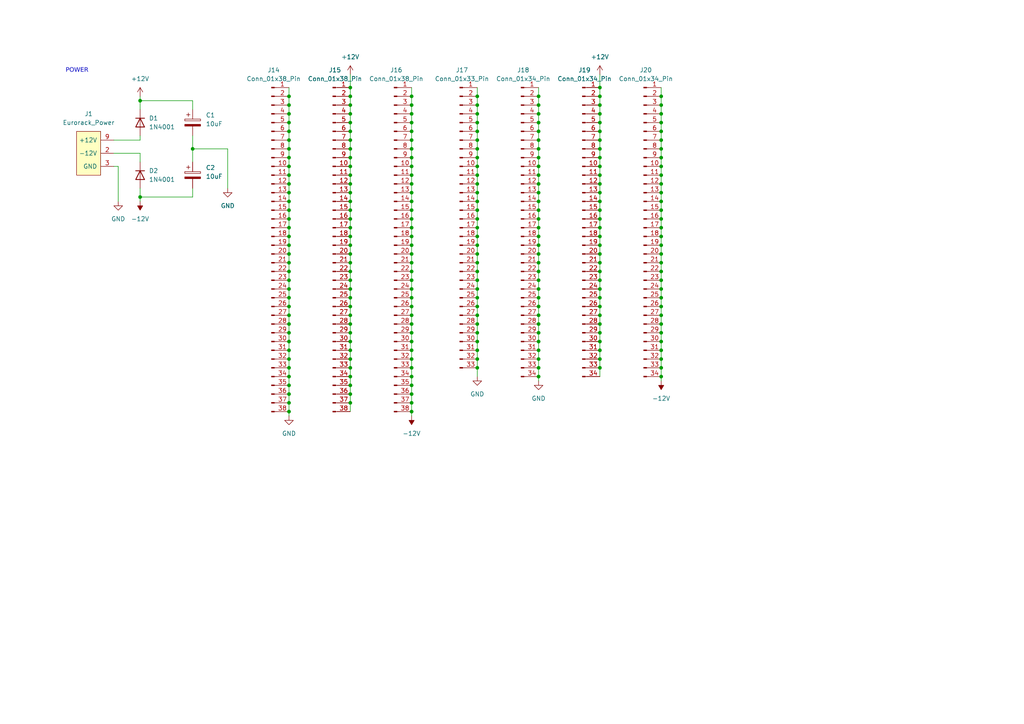
<source format=kicad_sch>
(kicad_sch (version 20231120) (generator "eeschema") (generator_version "8.0")
  (paper "A4")
  (lib_symbols
    (symbol "Connector:Conn_01x33_Pin" (pin_names (offset 1.016) hide)
      (property "Reference" "J" (at 0 43.18 0))
      (property "Value" "Conn_01x33_Pin" (at 0 -43.18 0))
      (symbol "Conn_01x33_Pin_1_1"
        (pin passive line (at 5.08 40.64 180) (length 3.81) (name "Pin_1") (number "1"))
        (pin passive line (at 5.08 17.78 180) (length 3.81) (name "Pin_10") (number "10"))
        (pin passive line (at 5.08 15.24 180) (length 3.81) (name "Pin_11") (number "11"))
        (pin passive line (at 5.08 12.7 180) (length 3.81) (name "Pin_12") (number "12"))
        (pin passive line (at 5.08 10.16 180) (length 3.81) (name "Pin_13") (number "13"))
        (pin passive line (at 5.08 7.62 180) (length 3.81) (name "Pin_14") (number "14"))
        (pin passive line (at 5.08 5.08 180) (length 3.81) (name "Pin_15") (number "15"))
        (pin passive line (at 5.08 2.54 180) (length 3.81) (name "Pin_16") (number "16"))
        (pin passive line (at 5.08 0 180) (length 3.81) (name "Pin_17") (number "17"))
        (pin passive line (at 5.08 -2.54 180) (length 3.81) (name "Pin_18") (number "18"))
        (pin passive line (at 5.08 -5.08 180) (length 3.81) (name "Pin_19") (number "19"))
        (pin passive line (at 5.08 38.1 180) (length 3.81) (name "Pin_2") (number "2"))
        (pin passive line (at 5.08 -7.62 180) (length 3.81) (name "Pin_20") (number "20"))
        (pin passive line (at 5.08 -10.16 180) (length 3.81) (name "Pin_21") (number "21"))
        (pin passive line (at 5.08 -12.7 180) (length 3.81) (name "Pin_22") (number "22"))
        (pin passive line (at 5.08 -15.24 180) (length 3.81) (name "Pin_23") (number "23"))
        (pin passive line (at 5.08 -17.78 180) (length 3.81) (name "Pin_24") (number "24"))
        (pin passive line (at 5.08 -20.32 180) (length 3.81) (name "Pin_25") (number "25"))
        (pin passive line (at 5.08 -22.86 180) (length 3.81) (name "Pin_26") (number "26"))
        (pin passive line (at 5.08 -25.4 180) (length 3.81) (name "Pin_27") (number "27"))
        (pin passive line (at 5.08 -27.94 180) (length 3.81) (name "Pin_28") (number "28"))
        (pin passive line (at 5.08 -30.48 180) (length 3.81) (name "Pin_29") (number "29"))
        (pin passive line (at 5.08 35.56 180) (length 3.81) (name "Pin_3") (number "3"))
        (pin passive line (at 5.08 -33.02 180) (length 3.81) (name "Pin_30") (number "30"))
        (pin passive line (at 5.08 -35.56 180) (length 3.81) (name "Pin_31") (number "31"))
        (pin passive line (at 5.08 -38.1 180) (length 3.81) (name "Pin_32") (number "32"))
        (pin passive line (at 5.08 -40.64 180) (length 3.81) (name "Pin_33") (number "33"))
        (pin passive line (at 5.08 33.02 180) (length 3.81) (name "Pin_4") (number "4"))
        (pin passive line (at 5.08 30.48 180) (length 3.81) (name "Pin_5") (number "5"))
        (pin passive line (at 5.08 27.94 180) (length 3.81) (name "Pin_6") (number "6"))
        (pin passive line (at 5.08 25.4 180) (length 3.81) (name "Pin_7") (number "7"))
        (pin passive line (at 5.08 22.86 180) (length 3.81) (name "Pin_8") (number "8"))
        (pin passive line (at 5.08 20.32 180) (length 3.81) (name "Pin_9") (number "9"))
      )
    )
    (symbol "Connector:Conn_01x34_Pin" (pin_names (offset 1.016) hide)
      (property "Reference" "J" (at 0 43.18 0))
      (property "Value" "Conn_01x34_Pin" (at 0 -45.72 0))
      (symbol "Conn_01x34_Pin_1_1"
        (pin passive line (at 5.08 40.64 180) (length 3.81) (name "Pin_1") (number "1"))
        (pin passive line (at 5.08 17.78 180) (length 3.81) (name "Pin_10") (number "10"))
        (pin passive line (at 5.08 15.24 180) (length 3.81) (name "Pin_11") (number "11"))
        (pin passive line (at 5.08 12.7 180) (length 3.81) (name "Pin_12") (number "12"))
        (pin passive line (at 5.08 10.16 180) (length 3.81) (name "Pin_13") (number "13"))
        (pin passive line (at 5.08 7.62 180) (length 3.81) (name "Pin_14") (number "14"))
        (pin passive line (at 5.08 5.08 180) (length 3.81) (name "Pin_15") (number "15"))
        (pin passive line (at 5.08 2.54 180) (length 3.81) (name "Pin_16") (number "16"))
        (pin passive line (at 5.08 0 180) (length 3.81) (name "Pin_17") (number "17"))
        (pin passive line (at 5.08 -2.54 180) (length 3.81) (name "Pin_18") (number "18"))
        (pin passive line (at 5.08 -5.08 180) (length 3.81) (name "Pin_19") (number "19"))
        (pin passive line (at 5.08 38.1 180) (length 3.81) (name "Pin_2") (number "2"))
        (pin passive line (at 5.08 -7.62 180) (length 3.81) (name "Pin_20") (number "20"))
        (pin passive line (at 5.08 -10.16 180) (length 3.81) (name "Pin_21") (number "21"))
        (pin passive line (at 5.08 -12.7 180) (length 3.81) (name "Pin_22") (number "22"))
        (pin passive line (at 5.08 -15.24 180) (length 3.81) (name "Pin_23") (number "23"))
        (pin passive line (at 5.08 -17.78 180) (length 3.81) (name "Pin_24") (number "24"))
        (pin passive line (at 5.08 -20.32 180) (length 3.81) (name "Pin_25") (number "25"))
        (pin passive line (at 5.08 -22.86 180) (length 3.81) (name "Pin_26") (number "26"))
        (pin passive line (at 5.08 -25.4 180) (length 3.81) (name "Pin_27") (number "27"))
        (pin passive line (at 5.08 -27.94 180) (length 3.81) (name "Pin_28") (number "28"))
        (pin passive line (at 5.08 -30.48 180) (length 3.81) (name "Pin_29") (number "29"))
        (pin passive line (at 5.08 35.56 180) (length 3.81) (name "Pin_3") (number "3"))
        (pin passive line (at 5.08 -33.02 180) (length 3.81) (name "Pin_30") (number "30"))
        (pin passive line (at 5.08 -35.56 180) (length 3.81) (name "Pin_31") (number "31"))
        (pin passive line (at 5.08 -38.1 180) (length 3.81) (name "Pin_32") (number "32"))
        (pin passive line (at 5.08 -40.64 180) (length 3.81) (name "Pin_33") (number "33"))
        (pin passive line (at 5.08 -43.18 180) (length 3.81) (name "Pin_34") (number "34"))
        (pin passive line (at 5.08 33.02 180) (length 3.81) (name "Pin_4") (number "4"))
        (pin passive line (at 5.08 30.48 180) (length 3.81) (name "Pin_5") (number "5"))
        (pin passive line (at 5.08 27.94 180) (length 3.81) (name "Pin_6") (number "6"))
        (pin passive line (at 5.08 25.4 180) (length 3.81) (name "Pin_7") (number "7"))
        (pin passive line (at 5.08 22.86 180) (length 3.81) (name "Pin_8") (number "8"))
        (pin passive line (at 5.08 20.32 180) (length 3.81) (name "Pin_9") (number "9"))
      )
    )
    (symbol "Connector:Conn_01x38_Pin" (pin_names (offset 1.016) hide)
      (property "Reference" "J" (at 0 48.26 0))
      (property "Value" "Conn_01x38_Pin" (at 0 -50.8 0))
      (symbol "Conn_01x38_Pin_1_1"
        (pin passive line (at 5.08 45.72 180) (length 3.81) (name "Pin_1") (number "1"))
        (pin passive line (at 5.08 22.86 180) (length 3.81) (name "Pin_10") (number "10"))
        (pin passive line (at 5.08 20.32 180) (length 3.81) (name "Pin_11") (number "11"))
        (pin passive line (at 5.08 17.78 180) (length 3.81) (name "Pin_12") (number "12"))
        (pin passive line (at 5.08 15.24 180) (length 3.81) (name "Pin_13") (number "13"))
        (pin passive line (at 5.08 12.7 180) (length 3.81) (name "Pin_14") (number "14"))
        (pin passive line (at 5.08 10.16 180) (length 3.81) (name "Pin_15") (number "15"))
        (pin passive line (at 5.08 7.62 180) (length 3.81) (name "Pin_16") (number "16"))
        (pin passive line (at 5.08 5.08 180) (length 3.81) (name "Pin_17") (number "17"))
        (pin passive line (at 5.08 2.54 180) (length 3.81) (name "Pin_18") (number "18"))
        (pin passive line (at 5.08 0 180) (length 3.81) (name "Pin_19") (number "19"))
        (pin passive line (at 5.08 43.18 180) (length 3.81) (name "Pin_2") (number "2"))
        (pin passive line (at 5.08 -2.54 180) (length 3.81) (name "Pin_20") (number "20"))
        (pin passive line (at 5.08 -5.08 180) (length 3.81) (name "Pin_21") (number "21"))
        (pin passive line (at 5.08 -7.62 180) (length 3.81) (name "Pin_22") (number "22"))
        (pin passive line (at 5.08 -10.16 180) (length 3.81) (name "Pin_23") (number "23"))
        (pin passive line (at 5.08 -12.7 180) (length 3.81) (name "Pin_24") (number "24"))
        (pin passive line (at 5.08 -15.24 180) (length 3.81) (name "Pin_25") (number "25"))
        (pin passive line (at 5.08 -17.78 180) (length 3.81) (name "Pin_26") (number "26"))
        (pin passive line (at 5.08 -20.32 180) (length 3.81) (name "Pin_27") (number "27"))
        (pin passive line (at 5.08 -22.86 180) (length 3.81) (name "Pin_28") (number "28"))
        (pin passive line (at 5.08 -25.4 180) (length 3.81) (name "Pin_29") (number "29"))
        (pin passive line (at 5.08 40.64 180) (length 3.81) (name "Pin_3") (number "3"))
        (pin passive line (at 5.08 -27.94 180) (length 3.81) (name "Pin_30") (number "30"))
        (pin passive line (at 5.08 -30.48 180) (length 3.81) (name "Pin_31") (number "31"))
        (pin passive line (at 5.08 -33.02 180) (length 3.81) (name "Pin_32") (number "32"))
        (pin passive line (at 5.08 -35.56 180) (length 3.81) (name "Pin_33") (number "33"))
        (pin passive line (at 5.08 -38.1 180) (length 3.81) (name "Pin_34") (number "34"))
        (pin passive line (at 5.08 -40.64 180) (length 3.81) (name "Pin_35") (number "35"))
        (pin passive line (at 5.08 -43.18 180) (length 3.81) (name "Pin_36") (number "36"))
        (pin passive line (at 5.08 -45.72 180) (length 3.81) (name "Pin_37") (number "37"))
        (pin passive line (at 5.08 -48.26 180) (length 3.81) (name "Pin_38") (number "38"))
        (pin passive line (at 5.08 38.1 180) (length 3.81) (name "Pin_4") (number "4"))
        (pin passive line (at 5.08 35.56 180) (length 3.81) (name "Pin_5") (number "5"))
        (pin passive line (at 5.08 33.02 180) (length 3.81) (name "Pin_6") (number "6"))
        (pin passive line (at 5.08 30.48 180) (length 3.81) (name "Pin_7") (number "7"))
        (pin passive line (at 5.08 27.94 180) (length 3.81) (name "Pin_8") (number "8"))
        (pin passive line (at 5.08 25.4 180) (length 3.81) (name "Pin_9") (number "9"))
      )
    )
    (symbol "Device:C_Polarized" (pin_numbers hide) (pin_names (offset 0.254))
      (property "Reference" "C" (at 0.635 2.54 0))
      (property "Value" "C_Polarized" (at 0.635 -2.54 0))
      (symbol "C_Polarized_1_1"
        (pin passive line (at 0 3.81 270) (length 2.794) (name "~") (number "1"))
        (pin passive line (at 0 -3.81 90) (length 2.794) (name "~") (number "2"))
      )
    )
    (symbol "Diode:1N4001" (pin_numbers hide) (pin_names hide)
      (property "Reference" "D" (at 0 2.54 0))
      (property "Value" "1N4001" (at 0 -2.54 0))
      (symbol "1N4001_1_1"
        (pin passive line (at -3.81 0 0) (length 2.54) (name "K") (number "1"))
        (pin passive line (at 3.81 0 180) (length 2.54) (name "A") (number "2"))
      )
    )
    (symbol "power:+12V" (power) (pin_names (offset 0))
      (property "Value" "+12V" (at 0 3.556 0))
      (symbol "+12V_1_1"
        (pin power_in line (at 0 0 90) (length 0) hide (name "+12V") (number "1"))
      )
    )
    (symbol "power:-12V" (power) (pin_names (offset 0))
      (property "Value" "-12V" (at 0 3.81 0))
      (symbol "-12V_0_0"
        (pin power_in line (at 0 0 90) (length 0) hide (name "-12V") (number "1"))
      )
    )
    (symbol "power:GND" (power) (pin_names (offset 0))
      (property "Value" "GND" (at 0 -3.81 0))
      (symbol "GND_1_1"
        (pin power_in line (at 0 0 270) (length 0) hide (name "GND") (number "1"))
      )
    )
    (symbol "winterbloom:Eurorack_Power" (pin_names (offset 1.016))
      (property "Reference" "J" (at -0.635 7.62 0))
      (property "Value" "Eurorack_Power" (at 0 -7.62 0))
      (symbol "Eurorack_Power_1_1"
        (pin power_out line (at 7.62 0 180) (length 3.81) hide (name "-12V") (number "1"))
        (pin passive line (at 7.62 3.81 180) (length 3.81) hide (name "+12V") (number "10"))
        (pin passive line (at 7.62 0 180) (length 3.81) (name "-12V") (number "2"))
        (pin power_out line (at 7.62 -3.81 180) (length 3.81) (name "GND") (number "3"))
        (pin passive line (at 7.62 -3.81 180) (length 3.81) hide (name "GND") (number "4"))
        (pin passive line (at 7.62 -3.81 180) (length 3.81) hide (name "GND") (number "5"))
        (pin passive line (at 7.62 -3.81 180) (length 3.81) hide (name "GND") (number "6"))
        (pin passive line (at 7.62 -3.81 180) (length 3.81) hide (name "GND") (number "7"))
        (pin passive line (at 7.62 -3.81 180) (length 3.81) hide (name "GND") (number "8"))
        (pin power_out line (at 7.62 3.81 180) (length 3.81) (name "+12V") (number "9"))
      )
    )
  )
  (junction (at 138.43 99.06))
  (junction (at 156.21 73.66))
  (junction (at 101.6 116.84))
  (junction (at 83.82 119.38))
  (junction (at 156.21 83.82))
  (junction (at 173.99 40.64))
  (junction (at 191.77 66.04))
  (junction (at 83.82 104.14))
  (junction (at 101.6 96.52))
  (junction (at 83.82 63.5))
  (junction (at 173.99 66.04))
  (junction (at 83.82 43.18))
  (junction (at 156.21 101.6))
  (junction (at 101.6 114.3))
  (junction (at 101.6 73.66))
  (junction (at 101.6 99.06))
  (junction (at 83.82 73.66))
  (junction (at 191.77 73.66))
  (junction (at 173.99 91.44))
  (junction (at 83.82 114.3))
  (junction (at 138.43 91.44))
  (junction (at 119.38 66.04))
  (junction (at 138.43 50.8))
  (junction (at 191.77 63.5))
  (junction (at 191.77 76.2))
  (junction (at 119.38 88.9))
  (junction (at 156.21 99.06))
  (junction (at 119.38 106.68))
  (junction (at 138.43 48.26))
  (junction (at 138.43 27.94))
  (junction (at 138.43 68.58))
  (junction (at 119.38 60.96))
  (junction (at 191.77 48.26))
  (junction (at 173.99 53.34))
  (junction (at 83.82 58.42))
  (junction (at 119.38 76.2))
  (junction (at 173.99 73.66))
  (junction (at 101.6 50.8))
  (junction (at 83.82 88.9))
  (junction (at 83.82 30.48))
  (junction (at 119.38 48.26))
  (junction (at 83.82 83.82))
  (junction (at 101.6 63.5))
  (junction (at 138.43 88.9))
  (junction (at 156.21 27.94))
  (junction (at 173.99 96.52))
  (junction (at 83.82 93.98))
  (junction (at 173.99 25.4))
  (junction (at 173.99 71.12))
  (junction (at 83.82 38.1))
  (junction (at 191.77 86.36))
  (junction (at 191.77 99.06))
  (junction (at 101.6 27.94))
  (junction (at 173.99 48.26))
  (junction (at 119.38 81.28))
  (junction (at 191.77 83.82))
  (junction (at 173.99 50.8))
  (junction (at 119.38 109.22))
  (junction (at 191.77 109.22))
  (junction (at 156.21 66.04))
  (junction (at 119.38 63.5))
  (junction (at 119.38 119.38))
  (junction (at 173.99 101.6))
  (junction (at 156.21 93.98))
  (junction (at 83.82 96.52))
  (junction (at 119.38 35.56))
  (junction (at 119.38 111.76))
  (junction (at 119.38 55.88))
  (junction (at 173.99 68.58))
  (junction (at 101.6 38.1))
  (junction (at 83.82 86.36))
  (junction (at 83.82 66.04))
  (junction (at 119.38 96.52))
  (junction (at 119.38 43.18))
  (junction (at 156.21 30.48))
  (junction (at 156.21 43.18))
  (junction (at 173.99 104.14))
  (junction (at 101.6 33.02))
  (junction (at 191.77 53.34))
  (junction (at 138.43 45.72))
  (junction (at 191.77 106.68))
  (junction (at 191.77 58.42))
  (junction (at 101.6 45.72))
  (junction (at 101.6 78.74))
  (junction (at 191.77 40.64))
  (junction (at 156.21 88.9))
  (junction (at 138.43 81.28))
  (junction (at 119.38 30.48))
  (junction (at 191.77 50.8))
  (junction (at 173.99 88.9))
  (junction (at 138.43 55.88))
  (junction (at 119.38 93.98))
  (junction (at 83.82 116.84))
  (junction (at 83.82 68.58))
  (junction (at 101.6 30.48))
  (junction (at 191.77 104.14))
  (junction (at 156.21 63.5))
  (junction (at 156.21 45.72))
  (junction (at 173.99 27.94))
  (junction (at 173.99 93.98))
  (junction (at 83.82 33.02))
  (junction (at 119.38 116.84))
  (junction (at 138.43 73.66))
  (junction (at 138.43 60.96))
  (junction (at 173.99 106.68))
  (junction (at 119.38 83.82))
  (junction (at 138.43 58.42))
  (junction (at 101.6 35.56))
  (junction (at 156.21 86.36))
  (junction (at 101.6 104.14))
  (junction (at 101.6 48.26))
  (junction (at 83.82 27.94))
  (junction (at 173.99 99.06))
  (junction (at 119.38 33.02))
  (junction (at 101.6 68.58))
  (junction (at 156.21 81.28))
  (junction (at 156.21 50.8))
  (junction (at 138.43 101.6))
  (junction (at 119.38 45.72))
  (junction (at 138.43 78.74))
  (junction (at 138.43 66.04))
  (junction (at 101.6 40.64))
  (junction (at 101.6 60.96))
  (junction (at 173.99 86.36))
  (junction (at 138.43 53.34))
  (junction (at 83.82 55.88))
  (junction (at 191.77 35.56))
  (junction (at 156.21 35.56))
  (junction (at 191.77 43.18))
  (junction (at 119.38 71.12))
  (junction (at 101.6 83.82))
  (junction (at 101.6 93.98))
  (junction (at 173.99 81.28))
  (junction (at 119.38 27.94))
  (junction (at 83.82 101.6))
  (junction (at 119.38 38.1))
  (junction (at 191.77 68.58))
  (junction (at 101.6 91.44))
  (junction (at 156.21 68.58))
  (junction (at 119.38 86.36))
  (junction (at 83.82 99.06))
  (junction (at 173.99 33.02))
  (junction (at 119.38 58.42))
  (junction (at 156.21 53.34))
  (junction (at 173.99 76.2))
  (junction (at 119.38 99.06))
  (junction (at 83.82 106.68))
  (junction (at 40.64 29.21))
  (junction (at 191.77 33.02))
  (junction (at 191.77 38.1))
  (junction (at 173.99 55.88))
  (junction (at 173.99 30.48))
  (junction (at 119.38 40.64))
  (junction (at 156.21 58.42))
  (junction (at 83.82 48.26))
  (junction (at 156.21 78.74))
  (junction (at 101.6 76.2))
  (junction (at 101.6 25.4))
  (junction (at 191.77 91.44))
  (junction (at 83.82 53.34))
  (junction (at 173.99 60.96))
  (junction (at 101.6 43.18))
  (junction (at 156.21 96.52))
  (junction (at 191.77 30.48))
  (junction (at 191.77 71.12))
  (junction (at 83.82 81.28))
  (junction (at 173.99 38.1))
  (junction (at 173.99 58.42))
  (junction (at 119.38 78.74))
  (junction (at 191.77 45.72))
  (junction (at 191.77 81.28))
  (junction (at 138.43 63.5))
  (junction (at 83.82 40.64))
  (junction (at 138.43 71.12))
  (junction (at 119.38 91.44))
  (junction (at 191.77 60.96))
  (junction (at 138.43 33.02))
  (junction (at 156.21 55.88))
  (junction (at 101.6 81.28))
  (junction (at 40.64 57.15))
  (junction (at 83.82 111.76))
  (junction (at 83.82 45.72))
  (junction (at 83.82 71.12))
  (junction (at 101.6 109.22))
  (junction (at 173.99 43.18))
  (junction (at 156.21 106.68))
  (junction (at 119.38 101.6))
  (junction (at 83.82 76.2))
  (junction (at 101.6 101.6))
  (junction (at 101.6 111.76))
  (junction (at 119.38 68.58))
  (junction (at 173.99 45.72))
  (junction (at 173.99 35.56))
  (junction (at 119.38 114.3))
  (junction (at 138.43 93.98))
  (junction (at 138.43 38.1))
  (junction (at 138.43 76.2))
  (junction (at 83.82 50.8))
  (junction (at 119.38 104.14))
  (junction (at 55.88 43.18))
  (junction (at 83.82 35.56))
  (junction (at 101.6 58.42))
  (junction (at 83.82 109.22))
  (junction (at 101.6 71.12))
  (junction (at 83.82 91.44))
  (junction (at 138.43 35.56))
  (junction (at 191.77 93.98))
  (junction (at 119.38 73.66))
  (junction (at 101.6 86.36))
  (junction (at 138.43 96.52))
  (junction (at 101.6 55.88))
  (junction (at 138.43 86.36))
  (junction (at 191.77 96.52))
  (junction (at 138.43 104.14))
  (junction (at 138.43 40.64))
  (junction (at 119.38 50.8))
  (junction (at 173.99 78.74))
  (junction (at 156.21 104.14))
  (junction (at 173.99 83.82))
  (junction (at 83.82 60.96))
  (junction (at 156.21 38.1))
  (junction (at 119.38 53.34))
  (junction (at 156.21 76.2))
  (junction (at 156.21 109.22))
  (junction (at 101.6 106.68))
  (junction (at 101.6 88.9))
  (junction (at 191.77 27.94))
  (junction (at 173.99 63.5))
  (junction (at 191.77 101.6))
  (junction (at 138.43 83.82))
  (junction (at 101.6 66.04))
  (junction (at 156.21 40.64))
  (junction (at 83.82 78.74))
  (junction (at 191.77 55.88))
  (junction (at 191.77 88.9))
  (junction (at 156.21 91.44))
  (junction (at 138.43 43.18))
  (junction (at 101.6 53.34))
  (junction (at 156.21 71.12))
  (junction (at 191.77 78.74))
  (junction (at 138.43 30.48))
  (junction (at 156.21 33.02))
  (junction (at 156.21 48.26))
  (junction (at 156.21 60.96))
  (junction (at 138.43 106.68))
  (wire (pts (xy 83.82 48.26) (xy 83.82 50.8)))
  (wire (pts (xy 191.77 30.48) (xy 191.77 33.02)))
  (wire (pts (xy 156.21 58.42) (xy 156.21 60.96)))
  (wire (pts (xy 173.99 66.04) (xy 173.99 68.58)))
  (wire (pts (xy 83.82 91.44) (xy 83.82 93.98)))
  (wire (pts (xy 138.43 40.64) (xy 138.43 43.18)))
  (wire (pts (xy 119.38 99.06) (xy 119.38 101.6)))
  (wire (pts (xy 156.21 45.72) (xy 156.21 48.26)))
  (wire (pts (xy 101.6 101.6) (xy 101.6 104.14)))
  (wire (pts (xy 83.82 106.68) (xy 83.82 109.22)))
  (wire (pts (xy 191.77 101.6) (xy 191.77 104.14)))
  (wire (pts (xy 40.64 57.15) (xy 40.64 54.61)))
  (wire (pts (xy 119.38 48.26) (xy 119.38 50.8)))
  (wire (pts (xy 40.64 29.21) (xy 40.64 31.75)))
  (wire (pts (xy 191.77 58.42) (xy 191.77 60.96)))
  (wire (pts (xy 173.99 101.6) (xy 173.99 104.14)))
  (wire (pts (xy 119.38 68.58) (xy 119.38 71.12)))
  (wire (pts (xy 191.77 35.56) (xy 191.77 38.1)))
  (wire (pts (xy 83.82 40.64) (xy 83.82 43.18)))
  (wire (pts (xy 83.82 78.74) (xy 83.82 81.28)))
  (wire (pts (xy 119.38 88.9) (xy 119.38 91.44)))
  (wire (pts (xy 101.6 58.42) (xy 101.6 60.96)))
  (wire (pts (xy 119.38 93.98) (xy 119.38 96.52)))
  (wire (pts (xy 138.43 76.2) (xy 138.43 78.74)))
  (wire (pts (xy 119.38 40.64) (xy 119.38 43.18)))
  (wire (pts (xy 101.6 71.12) (xy 101.6 73.66)))
  (wire (pts (xy 138.43 60.96) (xy 138.43 63.5)))
  (wire (pts (xy 119.38 83.82) (xy 119.38 86.36)))
  (wire (pts (xy 101.6 27.94) (xy 101.6 30.48)))
  (wire (pts (xy 173.99 50.8) (xy 173.99 53.34)))
  (wire (pts (xy 101.6 38.1) (xy 101.6 40.64)))
  (wire (pts (xy 138.43 66.04) (xy 138.43 68.58)))
  (wire (pts (xy 173.99 43.18) (xy 173.99 45.72)))
  (wire (pts (xy 119.38 116.84) (xy 119.38 119.38)))
  (wire (pts (xy 83.82 83.82) (xy 83.82 86.36)))
  (wire (pts (xy 101.6 114.3) (xy 101.6 116.84)))
  (wire (pts (xy 83.82 45.72) (xy 83.82 48.26)))
  (wire (pts (xy 101.6 86.36) (xy 101.6 88.9)))
  (wire (pts (xy 173.99 58.42) (xy 173.99 60.96)))
  (wire (pts (xy 55.88 57.15) (xy 55.88 54.61)))
  (wire (pts (xy 191.77 55.88) (xy 191.77 58.42)))
  (wire (pts (xy 83.82 27.94) (xy 83.82 30.48)))
  (wire (pts (xy 156.21 48.26) (xy 156.21 50.8)))
  (wire (pts (xy 138.43 35.56) (xy 138.43 38.1)))
  (wire (pts (xy 156.21 43.18) (xy 156.21 45.72)))
  (wire (pts (xy 119.38 43.18) (xy 119.38 45.72)))
  (wire (pts (xy 156.21 81.28) (xy 156.21 83.82)))
  (wire (pts (xy 156.21 60.96) (xy 156.21 63.5)))
  (wire (pts (xy 83.82 76.2) (xy 83.82 78.74)))
  (wire (pts (xy 55.88 31.75) (xy 55.88 29.21)))
  (wire (pts (xy 138.43 25.4) (xy 138.43 27.94)))
  (wire (pts (xy 173.99 33.02) (xy 173.99 35.56)))
  (wire (pts (xy 83.82 116.84) (xy 83.82 119.38)))
  (wire (pts (xy 173.99 96.52) (xy 173.99 99.06)))
  (wire (pts (xy 101.6 76.2) (xy 101.6 78.74)))
  (wire (pts (xy 138.43 63.5) (xy 138.43 66.04)))
  (wire (pts (xy 173.99 73.66) (xy 173.99 76.2)))
  (wire (pts (xy 119.38 73.66) (xy 119.38 76.2)))
  (wire (pts (xy 83.82 99.06) (xy 83.82 101.6)))
  (wire (pts (xy 40.64 57.15) (xy 55.88 57.15)))
  (wire (pts (xy 191.77 93.98) (xy 191.77 96.52)))
  (wire (pts (xy 156.21 99.06) (xy 156.21 101.6)))
  (wire (pts (xy 156.21 30.48) (xy 156.21 33.02)))
  (wire (pts (xy 156.21 101.6) (xy 156.21 104.14)))
  (wire (pts (xy 138.43 106.68) (xy 138.43 109.22)))
  (wire (pts (xy 101.6 109.22) (xy 101.6 111.76)))
  (wire (pts (xy 138.43 58.42) (xy 138.43 60.96)))
  (wire (pts (xy 138.43 55.88) (xy 138.43 58.42)))
  (wire (pts (xy 101.6 81.28) (xy 101.6 83.82)))
  (wire (pts (xy 101.6 88.9) (xy 101.6 91.44)))
  (wire (pts (xy 138.43 45.72) (xy 138.43 48.26)))
  (wire (pts (xy 101.6 53.34) (xy 101.6 55.88)))
  (wire (pts (xy 83.82 68.58) (xy 83.82 71.12)))
  (wire (pts (xy 156.21 27.94) (xy 156.21 30.48)))
  (wire (pts (xy 191.77 25.4) (xy 191.77 27.94)))
  (wire (pts (xy 156.21 88.9) (xy 156.21 91.44)))
  (wire (pts (xy 173.99 38.1) (xy 173.99 40.64)))
  (wire (pts (xy 138.43 27.94) (xy 138.43 30.48)))
  (wire (pts (xy 138.43 81.28) (xy 138.43 83.82)))
  (wire (pts (xy 156.21 91.44) (xy 156.21 93.98)))
  (wire (pts (xy 119.38 101.6) (xy 119.38 104.14)))
  (wire (pts (xy 138.43 73.66) (xy 138.43 76.2)))
  (wire (pts (xy 156.21 104.14) (xy 156.21 106.68)))
  (wire (pts (xy 83.82 93.98) (xy 83.82 96.52)))
  (wire (pts (xy 83.82 35.56) (xy 83.82 38.1)))
  (wire (pts (xy 191.77 60.96) (xy 191.77 63.5)))
  (wire (pts (xy 83.82 66.04) (xy 83.82 68.58)))
  (wire (pts (xy 119.38 76.2) (xy 119.38 78.74)))
  (wire (pts (xy 119.38 66.04) (xy 119.38 68.58)))
  (wire (pts (xy 55.88 29.21) (xy 40.64 29.21)))
  (wire (pts (xy 119.38 111.76) (xy 119.38 114.3)))
  (wire (pts (xy 119.38 53.34) (xy 119.38 55.88)))
  (wire (pts (xy 191.77 96.52) (xy 191.77 99.06)))
  (wire (pts (xy 101.6 66.04) (xy 101.6 68.58)))
  (wire (pts (xy 138.43 33.02) (xy 138.43 35.56)))
  (wire (pts (xy 173.99 68.58) (xy 173.99 71.12)))
  (wire (pts (xy 138.43 38.1) (xy 138.43 40.64)))
  (wire (pts (xy 83.82 50.8) (xy 83.82 53.34)))
  (wire (pts (xy 101.6 78.74) (xy 101.6 81.28)))
  (wire (pts (xy 191.77 33.02) (xy 191.77 35.56)))
  (wire (pts (xy 191.77 48.26) (xy 191.77 50.8)))
  (wire (pts (xy 156.21 76.2) (xy 156.21 78.74)))
  (wire (pts (xy 119.38 45.72) (xy 119.38 48.26)))
  (wire (pts (xy 173.99 93.98) (xy 173.99 96.52)))
  (wire (pts (xy 33.02 44.45) (xy 40.64 44.45)))
  (wire (pts (xy 40.64 57.15) (xy 40.64 58.42)))
  (wire (pts (xy 119.38 30.48) (xy 119.38 33.02)))
  (wire (pts (xy 191.77 106.68) (xy 191.77 109.22)))
  (wire (pts (xy 191.77 53.34) (xy 191.77 55.88)))
  (wire (pts (xy 101.6 63.5) (xy 101.6 66.04)))
  (wire (pts (xy 138.43 83.82) (xy 138.43 86.36)))
  (wire (pts (xy 191.77 73.66) (xy 191.77 76.2)))
  (wire (pts (xy 156.21 40.64) (xy 156.21 43.18)))
  (wire (pts (xy 156.21 25.4) (xy 156.21 27.94)))
  (wire (pts (xy 191.77 68.58) (xy 191.77 71.12)))
  (wire (pts (xy 101.6 60.96) (xy 101.6 63.5)))
  (wire (pts (xy 138.43 30.48) (xy 138.43 33.02)))
  (wire (pts (xy 101.6 96.52) (xy 101.6 99.06)))
  (wire (pts (xy 191.77 91.44) (xy 191.77 93.98)))
  (wire (pts (xy 101.6 48.26) (xy 101.6 50.8)))
  (wire (pts (xy 173.99 60.96) (xy 173.99 63.5)))
  (wire (pts (xy 156.21 33.02) (xy 156.21 35.56)))
  (wire (pts (xy 138.43 96.52) (xy 138.43 99.06)))
  (wire (pts (xy 119.38 96.52) (xy 119.38 99.06)))
  (wire (pts (xy 101.6 68.58) (xy 101.6 71.12)))
  (wire (pts (xy 119.38 104.14) (xy 119.38 106.68)))
  (wire (pts (xy 83.82 30.48) (xy 83.82 33.02)))
  (wire (pts (xy 83.82 96.52) (xy 83.82 99.06)))
  (wire (pts (xy 173.99 55.88) (xy 173.99 58.42)))
  (wire (pts (xy 138.43 50.8) (xy 138.43 53.34)))
  (wire (pts (xy 191.77 63.5) (xy 191.77 66.04)))
  (wire (pts (xy 191.77 99.06) (xy 191.77 101.6)))
  (wire (pts (xy 156.21 55.88) (xy 156.21 58.42)))
  (wire (pts (xy 173.99 25.4) (xy 173.99 27.94)))
  (wire (pts (xy 191.77 45.72) (xy 191.77 48.26)))
  (wire (pts (xy 191.77 109.22) (xy 191.77 110.49)))
  (wire (pts (xy 156.21 38.1) (xy 156.21 40.64)))
  (wire (pts (xy 173.99 35.56) (xy 173.99 38.1)))
  (wire (pts (xy 83.82 119.38) (xy 83.82 120.65)))
  (wire (pts (xy 119.38 78.74) (xy 119.38 81.28)))
  (wire (pts (xy 156.21 68.58) (xy 156.21 71.12)))
  (wire (pts (xy 119.38 86.36) (xy 119.38 88.9)))
  (wire (pts (xy 173.99 81.28) (xy 173.99 83.82)))
  (wire (pts (xy 119.38 33.02) (xy 119.38 35.56)))
  (wire (pts (xy 101.6 111.76) (xy 101.6 114.3)))
  (wire (pts (xy 55.88 39.37) (xy 55.88 43.18)))
  (wire (pts (xy 119.38 81.28) (xy 119.38 83.82)))
  (wire (pts (xy 138.43 101.6) (xy 138.43 104.14)))
  (wire (pts (xy 173.99 88.9) (xy 173.99 91.44)))
  (wire (pts (xy 173.99 104.14) (xy 173.99 106.68)))
  (wire (pts (xy 34.29 48.26) (xy 34.29 58.42)))
  (wire (pts (xy 101.6 21.59) (xy 101.6 25.4)))
  (wire (pts (xy 173.99 71.12) (xy 173.99 73.66)))
  (wire (pts (xy 119.38 114.3) (xy 119.38 116.84)))
  (wire (pts (xy 40.64 44.45) (xy 40.64 46.99)))
  (wire (pts (xy 83.82 73.66) (xy 83.82 76.2)))
  (wire (pts (xy 156.21 63.5) (xy 156.21 66.04)))
  (wire (pts (xy 66.04 54.61) (xy 66.04 43.18)))
  (wire (pts (xy 83.82 104.14) (xy 83.82 106.68)))
  (wire (pts (xy 191.77 27.94) (xy 191.77 30.48)))
  (wire (pts (xy 83.82 43.18) (xy 83.82 45.72)))
  (wire (pts (xy 173.99 106.68) (xy 173.99 109.22)))
  (wire (pts (xy 101.6 73.66) (xy 101.6 76.2)))
  (wire (pts (xy 173.99 91.44) (xy 173.99 93.98)))
  (wire (pts (xy 83.82 71.12) (xy 83.82 73.66)))
  (wire (pts (xy 101.6 99.06) (xy 101.6 101.6)))
  (wire (pts (xy 156.21 96.52) (xy 156.21 99.06)))
  (wire (pts (xy 101.6 25.4) (xy 101.6 27.94)))
  (wire (pts (xy 138.43 86.36) (xy 138.43 88.9)))
  (wire (pts (xy 101.6 55.88) (xy 101.6 58.42)))
  (wire (pts (xy 83.82 88.9) (xy 83.82 91.44)))
  (wire (pts (xy 138.43 99.06) (xy 138.43 101.6)))
  (wire (pts (xy 119.38 91.44) (xy 119.38 93.98)))
  (wire (pts (xy 138.43 48.26) (xy 138.43 50.8)))
  (wire (pts (xy 191.77 78.74) (xy 191.77 81.28)))
  (wire (pts (xy 83.82 111.76) (xy 83.82 114.3)))
  (wire (pts (xy 83.82 33.02) (xy 83.82 35.56)))
  (wire (pts (xy 119.38 109.22) (xy 119.38 111.76)))
  (wire (pts (xy 173.99 21.59) (xy 173.99 25.4)))
  (wire (pts (xy 173.99 40.64) (xy 173.99 43.18)))
  (wire (pts (xy 119.38 119.38) (xy 119.38 120.65)))
  (wire (pts (xy 191.77 83.82) (xy 191.77 86.36)))
  (wire (pts (xy 83.82 114.3) (xy 83.82 116.84)))
  (wire (pts (xy 138.43 71.12) (xy 138.43 73.66)))
  (wire (pts (xy 191.77 71.12) (xy 191.77 73.66)))
  (wire (pts (xy 191.77 50.8) (xy 191.77 53.34)))
  (wire (pts (xy 173.99 45.72) (xy 173.99 48.26)))
  (wire (pts (xy 191.77 81.28) (xy 191.77 83.82)))
  (wire (pts (xy 119.38 50.8) (xy 119.38 53.34)))
  (wire (pts (xy 119.38 35.56) (xy 119.38 38.1)))
  (wire (pts (xy 191.77 43.18) (xy 191.77 45.72)))
  (wire (pts (xy 173.99 27.94) (xy 173.99 30.48)))
  (wire (pts (xy 173.99 86.36) (xy 173.99 88.9)))
  (wire (pts (xy 83.82 101.6) (xy 83.82 104.14)))
  (wire (pts (xy 191.77 104.14) (xy 191.77 106.68)))
  (wire (pts (xy 101.6 93.98) (xy 101.6 96.52)))
  (wire (pts (xy 156.21 78.74) (xy 156.21 81.28)))
  (wire (pts (xy 191.77 76.2) (xy 191.77 78.74)))
  (wire (pts (xy 156.21 66.04) (xy 156.21 68.58)))
  (wire (pts (xy 83.82 55.88) (xy 83.82 58.42)))
  (wire (pts (xy 138.43 88.9) (xy 138.43 91.44)))
  (wire (pts (xy 119.38 63.5) (xy 119.38 66.04)))
  (wire (pts (xy 40.64 27.94) (xy 40.64 29.21)))
  (wire (pts (xy 191.77 66.04) (xy 191.77 68.58)))
  (wire (pts (xy 40.64 40.64) (xy 40.64 39.37)))
  (wire (pts (xy 83.82 53.34) (xy 83.82 55.88)))
  (wire (pts (xy 173.99 30.48) (xy 173.99 33.02)))
  (wire (pts (xy 138.43 93.98) (xy 138.43 96.52)))
  (wire (pts (xy 101.6 116.84) (xy 101.6 119.38)))
  (wire (pts (xy 173.99 76.2) (xy 173.99 78.74)))
  (wire (pts (xy 156.21 106.68) (xy 156.21 109.22)))
  (wire (pts (xy 191.77 88.9) (xy 191.77 91.44)))
  (wire (pts (xy 119.38 25.4) (xy 119.38 27.94)))
  (wire (pts (xy 119.38 27.94) (xy 119.38 30.48)))
  (wire (pts (xy 101.6 45.72) (xy 101.6 48.26)))
  (wire (pts (xy 156.21 35.56) (xy 156.21 38.1)))
  (wire (pts (xy 119.38 60.96) (xy 119.38 63.5)))
  (wire (pts (xy 83.82 38.1) (xy 83.82 40.64)))
  (wire (pts (xy 173.99 78.74) (xy 173.99 81.28)))
  (wire (pts (xy 101.6 83.82) (xy 101.6 86.36)))
  (wire (pts (xy 101.6 35.56) (xy 101.6 38.1)))
  (wire (pts (xy 101.6 30.48) (xy 101.6 33.02)))
  (wire (pts (xy 138.43 91.44) (xy 138.43 93.98)))
  (wire (pts (xy 119.38 38.1) (xy 119.38 40.64)))
  (wire (pts (xy 33.02 48.26) (xy 34.29 48.26)))
  (wire (pts (xy 138.43 53.34) (xy 138.43 55.88)))
  (wire (pts (xy 101.6 40.64) (xy 101.6 43.18)))
  (wire (pts (xy 156.21 50.8) (xy 156.21 53.34)))
  (wire (pts (xy 83.82 63.5) (xy 83.82 66.04)))
  (wire (pts (xy 101.6 106.68) (xy 101.6 109.22)))
  (wire (pts (xy 83.82 58.42) (xy 83.82 60.96)))
  (wire (pts (xy 173.99 53.34) (xy 173.99 55.88)))
  (wire (pts (xy 55.88 43.18) (xy 55.88 46.99)))
  (wire (pts (xy 83.82 109.22) (xy 83.82 111.76)))
  (wire (pts (xy 83.82 81.28) (xy 83.82 83.82)))
  (wire (pts (xy 156.21 93.98) (xy 156.21 96.52)))
  (wire (pts (xy 101.6 104.14) (xy 101.6 106.68)))
  (wire (pts (xy 173.99 99.06) (xy 173.99 101.6)))
  (wire (pts (xy 156.21 83.82) (xy 156.21 86.36)))
  (wire (pts (xy 101.6 43.18) (xy 101.6 45.72)))
  (wire (pts (xy 119.38 58.42) (xy 119.38 60.96)))
  (wire (pts (xy 66.04 43.18) (xy 55.88 43.18)))
  (wire (pts (xy 173.99 63.5) (xy 173.99 66.04)))
  (wire (pts (xy 156.21 71.12) (xy 156.21 73.66)))
  (wire (pts (xy 156.21 109.22) (xy 156.21 110.49)))
  (wire (pts (xy 138.43 104.14) (xy 138.43 106.68)))
  (wire (pts (xy 191.77 86.36) (xy 191.77 88.9)))
  (wire (pts (xy 156.21 53.34) (xy 156.21 55.88)))
  (wire (pts (xy 83.82 60.96) (xy 83.82 63.5)))
  (wire (pts (xy 119.38 55.88) (xy 119.38 58.42)))
  (wire (pts (xy 173.99 83.82) (xy 173.99 86.36)))
  (wire (pts (xy 119.38 71.12) (xy 119.38 73.66)))
  (wire (pts (xy 191.77 38.1) (xy 191.77 40.64)))
  (wire (pts (xy 101.6 91.44) (xy 101.6 93.98)))
  (wire (pts (xy 138.43 78.74) (xy 138.43 81.28)))
  (wire (pts (xy 156.21 86.36) (xy 156.21 88.9)))
  (wire (pts (xy 33.02 40.64) (xy 40.64 40.64)))
  (wire (pts (xy 101.6 50.8) (xy 101.6 53.34)))
  (wire (pts (xy 119.38 106.68) (xy 119.38 109.22)))
  (wire (pts (xy 191.77 40.64) (xy 191.77 43.18)))
  (wire (pts (xy 138.43 43.18) (xy 138.43 45.72)))
  (wire (pts (xy 83.82 86.36) (xy 83.82 88.9)))
  (wire (pts (xy 101.6 33.02) (xy 101.6 35.56)))
  (wire (pts (xy 138.43 68.58) (xy 138.43 71.12)))
  (wire (pts (xy 173.99 48.26) (xy 173.99 50.8)))
  (wire (pts (xy 83.82 25.4) (xy 83.82 27.94)))
  (wire (pts (xy 156.21 73.66) (xy 156.21 76.2)))
  (text "POWER" (at 19.05 21.59 0) (effects (font (size 1.27 1.27)) (justify left bottom)))
  (symbol (lib_id "Diode:1N4001") (at 40.64 50.8 270) (unit 1)
    (property "Reference" "D2" (at 43.18 49.5299 90) (effects (justify left)))
    (property "Value" "1N4001" (at 43.18 52.0699 90) (effects (justify left)))
    (property "Footprint" "Diode_THT:D_DO-41_SOD81_P10.16mm_Horizontal" (effects (hide yes)))
    (property "Datasheet" "http://www.vishay.com/docs/88503/1n4001.pdf" (effects (hide yes)))
  )
  (symbol (lib_id "Connector:Conn_01x33_Pin") (at 133.35 66.04 0) (unit 1)
    (property "Reference" "J17" (at 133.985 20.32 0))
    (property "Value" "Conn_01x33_Pin" (at 133.985 22.86 0))
    (property "Footprint" "Connector_PinSocket_2.54mm:PinSocket_1x33_P2.54mm_Vertical" (effects (hide yes)))
    (property "Description" "Generic connector, single row, 01x33, script generated" (effects (hide yes)))
  )
  (symbol (lib_id "power:GND") (at 34.29 58.42 0) (unit 1)
    (property "Reference" "#PWR01" (effects (hide yes)))
    (property "Value" "GND" (at 34.29 63.5 0))
  )
  (symbol (lib_id "winterbloom:Eurorack_Power") (at 25.4 44.45 0) (unit 1)
    (property "Reference" "J1" (at 25.7175 33.02 0))
    (property "Value" "Eurorack_Power" (at 25.7175 35.56 0))
    (property "Footprint" "winterbloom:Eurorack_Power_2x5_Shrouded" (effects (hide yes)))
    (property "Datasheet" "https://static6.arrow.com/aropdfconversion/1507f1621f4e67855dd466ebb3ac550d52564a9d/32302-sxx1.pdf" (effects (hide yes)))
    (property "MPN" "302-S101" (effects (hide yes)))
  )
  (symbol (lib_id "Device:C_Polarized") (at 55.88 50.8 0) (unit 1)
    (property "Reference" "C2" (at 59.69 48.6409 0) (effects (justify left)))
    (property "Value" "10uF" (at 59.69 51.1809 0) (effects (justify left)))
    (property "Footprint" "Capacitor_THT:CP_Radial_D6.3mm_P2.50mm" (effects (hide yes)))
  )
  (symbol (lib_id "Connector:Conn_01x34_Pin") (at 168.91 66.04 0) (unit 1)
    (property "Reference" "J19" (at 169.545 20.32 0))
    (property "Value" "Conn_01x34_Pin" (at 169.545 22.86 0))
    (property "Footprint" "Connector_PinSocket_2.54mm:PinSocket_1x34_P2.54mm_Vertical" (effects (hide yes)))
    (property "Description" "Generic connector, single row, 01x34, script generated" (effects (hide yes)))
  )
  (symbol (lib_id "Connector:Conn_01x34_Pin") (at 151.13 66.04 0) (unit 1)
    (property "Reference" "J18" (at 151.765 20.32 0))
    (property "Value" "Conn_01x34_Pin" (at 151.765 22.86 0))
    (property "Footprint" "Connector_PinSocket_2.54mm:PinSocket_1x34_P2.54mm_Vertical" (effects (hide yes)))
    (property "Description" "Generic connector, single row, 01x34, script generated" (effects (hide yes)))
  )
  (symbol (lib_id "Connector:Conn_01x34_Pin") (at 186.69 66.04 0) (unit 1)
    (property "Reference" "J20" (at 187.325 20.32 0))
    (property "Value" "Conn_01x34_Pin" (at 187.325 22.86 0))
    (property "Footprint" "Connector_PinSocket_2.54mm:PinSocket_1x34_P2.54mm_Vertical" (effects (hide yes)))
    (property "Description" "Generic connector, single row, 01x34, script generated" (effects (hide yes)))
  )
  (symbol (lib_id "power:GND") (at 83.82 120.65 0) (unit 1)
    (property "Reference" "#PWR013" (effects (hide yes)))
    (property "Value" "GND" (at 83.82 125.73 0))
  )
  (symbol (lib_id "Device:C_Polarized") (at 55.88 35.56 0) (unit 1)
    (property "Reference" "C1" (at 59.69 33.4009 0) (effects (justify left)))
    (property "Value" "10uF" (at 59.69 35.9409 0) (effects (justify left)))
    (property "Footprint" "Capacitor_THT:CP_Radial_D6.3mm_P2.50mm" (effects (hide yes)))
  )
  (symbol (lib_id "power:GND") (at 66.04 54.61 0) (unit 1)
    (property "Reference" "#PWR04" (effects (hide yes)))
    (property "Value" "GND" (at 66.04 59.69 0))
  )
  (symbol (lib_id "Diode:1N4001") (at 40.64 35.56 270) (unit 1)
    (property "Reference" "D1" (at 43.18 34.2899 90) (effects (justify left)))
    (property "Value" "1N4001" (at 43.18 36.8299 90) (effects (justify left)))
    (property "Footprint" "Diode_THT:D_DO-41_SOD81_P10.16mm_Horizontal" (effects (hide yes)))
    (property "Datasheet" "http://www.vishay.com/docs/88503/1n4001.pdf" (effects (hide yes)))
  )
  (symbol (lib_id "Connector:Conn_01x38_Pin") (at 96.52 71.12 0) (unit 1)
    (property "Reference" "J15" (at 97.155 20.32 0))
    (property "Value" "Conn_01x38_Pin" (at 97.155 22.86 0))
    (property "Footprint" "Connector_PinSocket_2.54mm:PinSocket_1x38_P2.54mm_Vertical" (effects (hide yes)))
    (property "Description" "Generic connector, single row, 01x38, script generated" (effects (hide yes)))
  )
  (symbol (lib_id "power:-12V") (at 119.38 120.65 180) (unit 1)
    (property "Reference" "#PWR015" (effects (hide yes)))
    (property "Value" "-12V" (at 119.38 125.73 0))
  )
  (symbol (lib_id "power:-12V") (at 191.77 110.49 180) (unit 1)
    (property "Reference" "#PWR019" (effects (hide yes)))
    (property "Value" "-12V" (at 191.77 115.57 0))
  )
  (symbol (lib_id "power:+12V") (at 173.99 21.59 0) (unit 1)
    (property "Reference" "#PWR018" (effects (hide yes)))
    (property "Value" "+12V" (at 173.99 16.51 0))
  )
  (symbol (lib_id "power:+12V") (at 40.64 27.94 0) (unit 1)
    (property "Reference" "#PWR02" (effects (hide yes)))
    (property "Value" "+12V" (at 40.64 22.86 0))
  )
  (symbol (lib_id "power:-12V") (at 40.64 58.42 180) (unit 1)
    (property "Reference" "#PWR03" (effects (hide yes)))
    (property "Value" "-12V" (at 40.64 63.5 0))
  )
  (symbol (lib_id "power:GND") (at 138.43 109.22 0) (unit 1)
    (property "Reference" "#PWR016" (effects (hide yes)))
    (property "Value" "GND" (at 138.43 114.3 0))
  )
  (symbol (lib_id "power:+12V") (at 101.6 21.59 0) (unit 1)
    (property "Reference" "#PWR014" (effects (hide yes)))
    (property "Value" "+12V" (at 101.6 16.51 0))
  )
  (symbol (lib_id "Connector:Conn_01x38_Pin") (at 114.3 71.12 0) (unit 1)
    (property "Reference" "J16" (at 114.935 20.32 0))
    (property "Value" "Conn_01x38_Pin" (at 114.935 22.86 0))
    (property "Footprint" "Connector_PinSocket_2.54mm:PinSocket_1x38_P2.54mm_Vertical" (effects (hide yes)))
    (property "Description" "Generic connector, single row, 01x38, script generated" (effects (hide yes)))
  )
  (symbol (lib_id "Connector:Conn_01x38_Pin") (at 78.74 71.12 0) (unit 1)
    (property "Reference" "J14" (at 79.375 20.32 0))
    (property "Value" "Conn_01x38_Pin" (at 79.375 22.86 0))
    (property "Footprint" "Connector_PinSocket_2.54mm:PinSocket_1x38_P2.54mm_Vertical" (effects (hide yes)))
    (property "Description" "Generic connector, single row, 01x38, script generated" (effects (hide yes)))
  )
  (symbol (lib_id "power:GND") (at 156.21 110.49 0) (unit 1)
    (property "Reference" "#PWR017" (effects (hide yes)))
    (property "Value" "GND" (at 156.21 115.57 0))
  )
)
</source>
